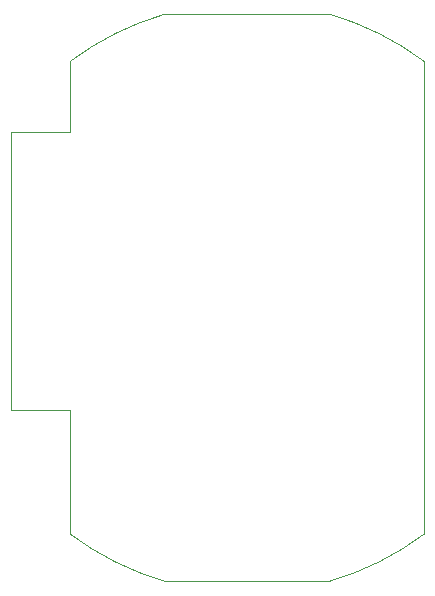
<source format=gbr>
G04 #@! TF.GenerationSoftware,KiCad,Pcbnew,6.0.11-2627ca5db0~126~ubuntu22.04.1*
G04 #@! TF.CreationDate,2023-12-06T10:35:34+01:00*
G04 #@! TF.ProjectId,bus-module_atmega328,6275732d-6d6f-4647-956c-655f61746d65,C*
G04 #@! TF.SameCoordinates,Original*
G04 #@! TF.FileFunction,Profile,NP*
%FSLAX46Y46*%
G04 Gerber Fmt 4.6, Leading zero omitted, Abs format (unit mm)*
G04 Created by KiCad (PCBNEW 6.0.11-2627ca5db0~126~ubuntu22.04.1) date 2023-12-06 10:35:34*
%MOMM*%
%LPD*%
G01*
G04 APERTURE LIST*
G04 #@! TA.AperFunction,Profile*
%ADD10C,0.100000*%
G04 #@! TD*
G04 APERTURE END LIST*
D10*
X93000000Y-76000000D02*
X106993021Y-75997966D01*
X93000000Y-76000000D02*
G75*
G03*
X85001058Y-79999206I7000000J-24000000D01*
G01*
X107000000Y-124000000D02*
X92996322Y-123998927D01*
X85000000Y-86000000D02*
X80000000Y-86000000D01*
X115000000Y-80000000D02*
X115004226Y-119996830D01*
X85001058Y-79999206D02*
X85000000Y-86000000D01*
X80000000Y-109500000D02*
X85000000Y-109500000D01*
X85000000Y-120000000D02*
X85000000Y-109500000D01*
X115000000Y-80000000D02*
G75*
G03*
X106993021Y-75997966I-15000000J-20000000D01*
G01*
X85000000Y-120000000D02*
G75*
G03*
X92996322Y-123998927I15000000J20000000D01*
G01*
X80000000Y-86000000D02*
X80000000Y-109500000D01*
X107000000Y-124000000D02*
G75*
G03*
X115004226Y-119996830I-7000000J24000000D01*
G01*
M02*

</source>
